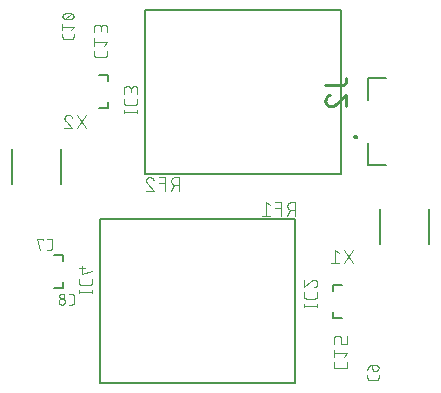
<source format=gbr>
G04 EAGLE Gerber RS-274X export*
G75*
%MOMM*%
%FSLAX34Y34*%
%LPD*%
%INSilkscreen Bottom*%
%IPPOS*%
%AMOC8*
5,1,8,0,0,1.08239X$1,22.5*%
G01*
%ADD10C,0.127000*%
%ADD11C,0.101600*%
%ADD12C,0.203200*%
%ADD13C,0.076200*%
%ADD14C,0.200000*%
%ADD15C,0.254000*%
%ADD16C,0.152400*%


D10*
X241300Y158750D02*
X75900Y158750D01*
X75900Y20050D01*
X241300Y20050D01*
X241300Y158750D01*
D11*
X240792Y161375D02*
X240792Y173059D01*
X237546Y173059D01*
X237433Y173057D01*
X237320Y173051D01*
X237207Y173041D01*
X237094Y173027D01*
X236982Y173010D01*
X236871Y172988D01*
X236761Y172963D01*
X236651Y172933D01*
X236543Y172900D01*
X236436Y172863D01*
X236330Y172823D01*
X236226Y172778D01*
X236123Y172730D01*
X236022Y172679D01*
X235923Y172624D01*
X235826Y172566D01*
X235731Y172504D01*
X235638Y172439D01*
X235548Y172371D01*
X235460Y172300D01*
X235374Y172225D01*
X235291Y172148D01*
X235211Y172068D01*
X235134Y171985D01*
X235059Y171899D01*
X234988Y171811D01*
X234920Y171721D01*
X234855Y171628D01*
X234793Y171533D01*
X234735Y171436D01*
X234680Y171337D01*
X234629Y171236D01*
X234581Y171133D01*
X234536Y171029D01*
X234496Y170923D01*
X234459Y170816D01*
X234426Y170708D01*
X234396Y170598D01*
X234371Y170488D01*
X234349Y170377D01*
X234332Y170265D01*
X234318Y170152D01*
X234308Y170039D01*
X234302Y169926D01*
X234300Y169813D01*
X234302Y169700D01*
X234308Y169587D01*
X234318Y169474D01*
X234332Y169361D01*
X234349Y169249D01*
X234371Y169138D01*
X234396Y169028D01*
X234426Y168918D01*
X234459Y168810D01*
X234496Y168703D01*
X234536Y168597D01*
X234581Y168493D01*
X234629Y168390D01*
X234680Y168289D01*
X234735Y168190D01*
X234793Y168093D01*
X234855Y167998D01*
X234920Y167905D01*
X234988Y167815D01*
X235059Y167727D01*
X235134Y167641D01*
X235211Y167558D01*
X235291Y167478D01*
X235374Y167401D01*
X235460Y167326D01*
X235548Y167255D01*
X235638Y167187D01*
X235731Y167122D01*
X235826Y167060D01*
X235923Y167002D01*
X236022Y166947D01*
X236123Y166896D01*
X236226Y166848D01*
X236330Y166803D01*
X236436Y166763D01*
X236543Y166726D01*
X236651Y166693D01*
X236761Y166663D01*
X236871Y166638D01*
X236982Y166616D01*
X237094Y166599D01*
X237207Y166585D01*
X237320Y166575D01*
X237433Y166569D01*
X237546Y166567D01*
X237546Y166568D02*
X240792Y166568D01*
X236897Y166568D02*
X234301Y161375D01*
X229032Y161375D02*
X229032Y173059D01*
X223839Y173059D01*
X223839Y167866D02*
X229032Y167866D01*
X219530Y170462D02*
X216284Y173059D01*
X216284Y161375D01*
X213039Y161375D02*
X219530Y161375D01*
D10*
X279700Y196850D02*
X114300Y196850D01*
X279700Y196850D02*
X279700Y335550D01*
X114300Y335550D01*
X114300Y196850D01*
D11*
X142561Y194225D02*
X142561Y182541D01*
X142561Y194225D02*
X139316Y194225D01*
X139316Y194226D02*
X139203Y194224D01*
X139090Y194218D01*
X138977Y194208D01*
X138864Y194194D01*
X138752Y194177D01*
X138641Y194155D01*
X138531Y194130D01*
X138421Y194100D01*
X138313Y194067D01*
X138206Y194030D01*
X138100Y193990D01*
X137996Y193945D01*
X137893Y193897D01*
X137792Y193846D01*
X137693Y193791D01*
X137596Y193733D01*
X137501Y193671D01*
X137408Y193606D01*
X137318Y193538D01*
X137230Y193467D01*
X137144Y193392D01*
X137061Y193315D01*
X136981Y193235D01*
X136904Y193152D01*
X136829Y193066D01*
X136758Y192978D01*
X136690Y192888D01*
X136625Y192795D01*
X136563Y192700D01*
X136505Y192603D01*
X136450Y192504D01*
X136399Y192403D01*
X136351Y192300D01*
X136306Y192196D01*
X136266Y192090D01*
X136229Y191983D01*
X136196Y191875D01*
X136166Y191765D01*
X136141Y191655D01*
X136119Y191544D01*
X136102Y191432D01*
X136088Y191319D01*
X136078Y191206D01*
X136072Y191093D01*
X136070Y190980D01*
X136072Y190867D01*
X136078Y190754D01*
X136088Y190641D01*
X136102Y190528D01*
X136119Y190416D01*
X136141Y190305D01*
X136166Y190195D01*
X136196Y190085D01*
X136229Y189977D01*
X136266Y189870D01*
X136306Y189764D01*
X136351Y189660D01*
X136399Y189557D01*
X136450Y189456D01*
X136505Y189357D01*
X136563Y189260D01*
X136625Y189165D01*
X136690Y189072D01*
X136758Y188982D01*
X136829Y188894D01*
X136904Y188808D01*
X136981Y188725D01*
X137061Y188645D01*
X137144Y188568D01*
X137230Y188493D01*
X137318Y188422D01*
X137408Y188354D01*
X137501Y188289D01*
X137596Y188227D01*
X137693Y188169D01*
X137792Y188114D01*
X137893Y188063D01*
X137996Y188015D01*
X138100Y187970D01*
X138206Y187930D01*
X138313Y187893D01*
X138421Y187860D01*
X138531Y187830D01*
X138641Y187805D01*
X138752Y187783D01*
X138864Y187766D01*
X138977Y187752D01*
X139090Y187742D01*
X139203Y187736D01*
X139316Y187734D01*
X142561Y187734D01*
X138667Y187734D02*
X136070Y182541D01*
X130802Y182541D02*
X130802Y194225D01*
X125609Y194225D01*
X125609Y189032D02*
X130802Y189032D01*
X117729Y194225D02*
X117622Y194223D01*
X117516Y194217D01*
X117410Y194207D01*
X117304Y194194D01*
X117198Y194176D01*
X117094Y194155D01*
X116990Y194130D01*
X116887Y194101D01*
X116786Y194069D01*
X116686Y194032D01*
X116587Y193992D01*
X116489Y193949D01*
X116393Y193902D01*
X116299Y193851D01*
X116207Y193797D01*
X116117Y193740D01*
X116029Y193680D01*
X115944Y193616D01*
X115861Y193549D01*
X115780Y193479D01*
X115702Y193407D01*
X115626Y193331D01*
X115554Y193253D01*
X115484Y193172D01*
X115417Y193089D01*
X115353Y193004D01*
X115293Y192916D01*
X115236Y192826D01*
X115182Y192734D01*
X115131Y192640D01*
X115084Y192544D01*
X115041Y192446D01*
X115001Y192347D01*
X114964Y192247D01*
X114932Y192146D01*
X114903Y192043D01*
X114878Y191939D01*
X114857Y191835D01*
X114839Y191729D01*
X114826Y191623D01*
X114816Y191517D01*
X114810Y191411D01*
X114808Y191304D01*
X117729Y194226D02*
X117850Y194224D01*
X117971Y194218D01*
X118091Y194208D01*
X118212Y194195D01*
X118331Y194177D01*
X118451Y194156D01*
X118569Y194131D01*
X118686Y194102D01*
X118803Y194069D01*
X118918Y194033D01*
X119032Y193992D01*
X119145Y193949D01*
X119257Y193901D01*
X119366Y193850D01*
X119474Y193795D01*
X119581Y193737D01*
X119685Y193676D01*
X119787Y193611D01*
X119887Y193543D01*
X119985Y193472D01*
X120081Y193398D01*
X120174Y193321D01*
X120264Y193240D01*
X120352Y193157D01*
X120437Y193071D01*
X120520Y192982D01*
X120599Y192891D01*
X120676Y192797D01*
X120749Y192701D01*
X120819Y192603D01*
X120886Y192502D01*
X120950Y192399D01*
X121011Y192294D01*
X121068Y192187D01*
X121121Y192079D01*
X121171Y191969D01*
X121217Y191857D01*
X121260Y191744D01*
X121299Y191629D01*
X115782Y189032D02*
X115703Y189110D01*
X115627Y189190D01*
X115554Y189273D01*
X115484Y189359D01*
X115417Y189446D01*
X115353Y189537D01*
X115293Y189629D01*
X115235Y189723D01*
X115181Y189820D01*
X115131Y189918D01*
X115084Y190018D01*
X115040Y190119D01*
X115000Y190222D01*
X114964Y190327D01*
X114932Y190432D01*
X114903Y190539D01*
X114878Y190646D01*
X114856Y190755D01*
X114839Y190864D01*
X114825Y190973D01*
X114816Y191083D01*
X114810Y191194D01*
X114808Y191304D01*
X115782Y189032D02*
X121299Y182541D01*
X114808Y182541D01*
D12*
X312545Y166900D02*
X312545Y137900D01*
X354420Y137250D02*
X354420Y167550D01*
D11*
X290162Y121158D02*
X282373Y132842D01*
X290162Y132842D02*
X282373Y121158D01*
X278083Y130246D02*
X274837Y132842D01*
X274837Y121158D01*
X271592Y121158D02*
X278083Y121158D01*
D12*
X42895Y188700D02*
X42895Y217700D01*
X1020Y218350D02*
X1020Y188050D01*
D11*
X64262Y235458D02*
X56473Y247142D01*
X64262Y247142D02*
X56473Y235458D01*
X45692Y244221D02*
X45694Y244328D01*
X45700Y244434D01*
X45710Y244540D01*
X45723Y244646D01*
X45741Y244752D01*
X45762Y244856D01*
X45787Y244960D01*
X45816Y245063D01*
X45848Y245164D01*
X45885Y245264D01*
X45925Y245363D01*
X45968Y245461D01*
X46015Y245557D01*
X46066Y245651D01*
X46120Y245743D01*
X46177Y245833D01*
X46237Y245921D01*
X46301Y246006D01*
X46368Y246089D01*
X46438Y246170D01*
X46510Y246248D01*
X46586Y246324D01*
X46664Y246396D01*
X46745Y246466D01*
X46828Y246533D01*
X46913Y246597D01*
X47001Y246657D01*
X47091Y246714D01*
X47183Y246768D01*
X47277Y246819D01*
X47373Y246866D01*
X47471Y246909D01*
X47570Y246949D01*
X47670Y246986D01*
X47771Y247018D01*
X47874Y247047D01*
X47978Y247072D01*
X48082Y247093D01*
X48188Y247111D01*
X48294Y247124D01*
X48400Y247134D01*
X48506Y247140D01*
X48613Y247142D01*
X48734Y247140D01*
X48855Y247134D01*
X48975Y247124D01*
X49096Y247111D01*
X49215Y247093D01*
X49335Y247072D01*
X49453Y247047D01*
X49570Y247018D01*
X49687Y246985D01*
X49802Y246949D01*
X49916Y246908D01*
X50029Y246865D01*
X50141Y246817D01*
X50250Y246766D01*
X50358Y246711D01*
X50465Y246653D01*
X50569Y246592D01*
X50671Y246527D01*
X50771Y246459D01*
X50869Y246388D01*
X50965Y246314D01*
X51058Y246237D01*
X51148Y246156D01*
X51236Y246073D01*
X51321Y245987D01*
X51404Y245898D01*
X51483Y245807D01*
X51560Y245713D01*
X51633Y245617D01*
X51703Y245519D01*
X51770Y245418D01*
X51834Y245315D01*
X51895Y245210D01*
X51952Y245103D01*
X52005Y244995D01*
X52055Y244885D01*
X52101Y244773D01*
X52144Y244660D01*
X52183Y244545D01*
X46666Y241949D02*
X46587Y242027D01*
X46511Y242107D01*
X46438Y242190D01*
X46368Y242276D01*
X46301Y242363D01*
X46237Y242454D01*
X46177Y242546D01*
X46119Y242640D01*
X46065Y242737D01*
X46015Y242835D01*
X45968Y242935D01*
X45924Y243036D01*
X45884Y243139D01*
X45848Y243244D01*
X45816Y243349D01*
X45787Y243456D01*
X45762Y243563D01*
X45740Y243672D01*
X45723Y243781D01*
X45709Y243890D01*
X45700Y244000D01*
X45694Y244111D01*
X45692Y244221D01*
X46665Y241949D02*
X52183Y235458D01*
X45692Y235458D01*
D13*
X302231Y26658D02*
X302231Y24569D01*
X302233Y24480D01*
X302239Y24392D01*
X302248Y24304D01*
X302261Y24216D01*
X302278Y24129D01*
X302298Y24043D01*
X302323Y23958D01*
X302350Y23873D01*
X302382Y23790D01*
X302416Y23709D01*
X302455Y23629D01*
X302496Y23551D01*
X302541Y23474D01*
X302589Y23400D01*
X302640Y23327D01*
X302694Y23257D01*
X302752Y23190D01*
X302812Y23124D01*
X302874Y23062D01*
X302940Y23002D01*
X303007Y22944D01*
X303077Y22890D01*
X303150Y22839D01*
X303224Y22791D01*
X303301Y22746D01*
X303379Y22705D01*
X303459Y22666D01*
X303540Y22632D01*
X303623Y22600D01*
X303708Y22573D01*
X303793Y22548D01*
X303879Y22528D01*
X303966Y22511D01*
X304054Y22498D01*
X304142Y22489D01*
X304230Y22483D01*
X304319Y22481D01*
X309541Y22481D01*
X309632Y22483D01*
X309723Y22489D01*
X309814Y22499D01*
X309904Y22513D01*
X309993Y22530D01*
X310081Y22552D01*
X310169Y22578D01*
X310255Y22607D01*
X310340Y22640D01*
X310423Y22677D01*
X310505Y22717D01*
X310585Y22761D01*
X310663Y22808D01*
X310739Y22859D01*
X310812Y22912D01*
X310883Y22969D01*
X310952Y23030D01*
X311017Y23093D01*
X311080Y23158D01*
X311140Y23227D01*
X311198Y23298D01*
X311251Y23371D01*
X311302Y23447D01*
X311349Y23525D01*
X311393Y23605D01*
X311433Y23687D01*
X311470Y23770D01*
X311503Y23855D01*
X311532Y23941D01*
X311558Y24029D01*
X311580Y24117D01*
X311597Y24206D01*
X311611Y24296D01*
X311621Y24387D01*
X311627Y24478D01*
X311629Y24569D01*
X311629Y26658D01*
X306408Y32215D02*
X306408Y35348D01*
X306408Y32215D02*
X306410Y32126D01*
X306416Y32038D01*
X306425Y31950D01*
X306438Y31862D01*
X306455Y31775D01*
X306475Y31689D01*
X306500Y31604D01*
X306527Y31519D01*
X306559Y31436D01*
X306593Y31355D01*
X306632Y31275D01*
X306673Y31197D01*
X306718Y31120D01*
X306766Y31046D01*
X306817Y30973D01*
X306871Y30903D01*
X306929Y30836D01*
X306989Y30770D01*
X307051Y30708D01*
X307117Y30648D01*
X307184Y30590D01*
X307254Y30536D01*
X307327Y30485D01*
X307401Y30437D01*
X307478Y30392D01*
X307556Y30351D01*
X307636Y30312D01*
X307717Y30278D01*
X307800Y30246D01*
X307885Y30219D01*
X307970Y30194D01*
X308056Y30174D01*
X308143Y30157D01*
X308231Y30144D01*
X308319Y30135D01*
X308407Y30129D01*
X308496Y30127D01*
X309018Y30127D01*
X309018Y30126D02*
X309119Y30128D01*
X309220Y30134D01*
X309321Y30144D01*
X309421Y30157D01*
X309521Y30175D01*
X309620Y30196D01*
X309718Y30222D01*
X309815Y30251D01*
X309911Y30283D01*
X310005Y30320D01*
X310098Y30360D01*
X310190Y30404D01*
X310279Y30451D01*
X310367Y30502D01*
X310453Y30556D01*
X310536Y30613D01*
X310618Y30673D01*
X310696Y30737D01*
X310773Y30803D01*
X310846Y30873D01*
X310917Y30945D01*
X310985Y31020D01*
X311050Y31098D01*
X311112Y31178D01*
X311171Y31260D01*
X311227Y31345D01*
X311279Y31431D01*
X311328Y31520D01*
X311374Y31611D01*
X311415Y31703D01*
X311454Y31797D01*
X311488Y31892D01*
X311519Y31988D01*
X311546Y32086D01*
X311570Y32184D01*
X311589Y32284D01*
X311605Y32384D01*
X311617Y32484D01*
X311625Y32585D01*
X311629Y32686D01*
X311629Y32788D01*
X311625Y32889D01*
X311617Y32990D01*
X311605Y33090D01*
X311589Y33190D01*
X311570Y33290D01*
X311546Y33388D01*
X311519Y33486D01*
X311488Y33582D01*
X311454Y33677D01*
X311415Y33771D01*
X311374Y33863D01*
X311328Y33954D01*
X311279Y34042D01*
X311227Y34129D01*
X311171Y34214D01*
X311112Y34296D01*
X311050Y34376D01*
X310985Y34454D01*
X310917Y34529D01*
X310846Y34601D01*
X310773Y34671D01*
X310696Y34737D01*
X310618Y34801D01*
X310536Y34861D01*
X310453Y34918D01*
X310367Y34972D01*
X310279Y35023D01*
X310190Y35070D01*
X310098Y35114D01*
X310005Y35154D01*
X309911Y35191D01*
X309815Y35223D01*
X309718Y35252D01*
X309620Y35278D01*
X309521Y35299D01*
X309421Y35317D01*
X309321Y35330D01*
X309220Y35340D01*
X309119Y35346D01*
X309018Y35348D01*
X306408Y35348D01*
X306282Y35346D01*
X306156Y35340D01*
X306030Y35331D01*
X305905Y35318D01*
X305780Y35300D01*
X305655Y35280D01*
X305531Y35255D01*
X305408Y35227D01*
X305286Y35195D01*
X305165Y35159D01*
X305045Y35120D01*
X304927Y35077D01*
X304810Y35030D01*
X304694Y34980D01*
X304579Y34926D01*
X304467Y34870D01*
X304356Y34809D01*
X304247Y34746D01*
X304140Y34679D01*
X304035Y34609D01*
X303932Y34535D01*
X303832Y34459D01*
X303734Y34380D01*
X303638Y34298D01*
X303545Y34212D01*
X303454Y34125D01*
X303367Y34034D01*
X303281Y33941D01*
X303199Y33845D01*
X303120Y33747D01*
X303044Y33647D01*
X302970Y33544D01*
X302900Y33439D01*
X302833Y33332D01*
X302770Y33223D01*
X302709Y33112D01*
X302653Y33000D01*
X302599Y32885D01*
X302549Y32769D01*
X302502Y32652D01*
X302459Y32534D01*
X302420Y32414D01*
X302384Y32293D01*
X302352Y32171D01*
X302324Y32048D01*
X302299Y31924D01*
X302279Y31799D01*
X302261Y31674D01*
X302248Y31549D01*
X302239Y31423D01*
X302233Y31297D01*
X302231Y31171D01*
X43971Y313197D02*
X43971Y315285D01*
X43971Y313197D02*
X43973Y313108D01*
X43979Y313020D01*
X43988Y312932D01*
X44001Y312844D01*
X44018Y312757D01*
X44038Y312671D01*
X44063Y312586D01*
X44090Y312501D01*
X44122Y312418D01*
X44156Y312337D01*
X44195Y312257D01*
X44236Y312179D01*
X44281Y312102D01*
X44329Y312028D01*
X44380Y311955D01*
X44434Y311885D01*
X44492Y311818D01*
X44552Y311752D01*
X44614Y311690D01*
X44680Y311630D01*
X44747Y311572D01*
X44817Y311518D01*
X44890Y311467D01*
X44964Y311419D01*
X45041Y311374D01*
X45119Y311333D01*
X45199Y311294D01*
X45280Y311260D01*
X45363Y311228D01*
X45448Y311201D01*
X45533Y311176D01*
X45619Y311156D01*
X45706Y311139D01*
X45794Y311126D01*
X45882Y311117D01*
X45970Y311111D01*
X46059Y311109D01*
X46059Y311108D02*
X51281Y311108D01*
X51281Y311109D02*
X51372Y311111D01*
X51463Y311117D01*
X51554Y311127D01*
X51644Y311141D01*
X51733Y311158D01*
X51821Y311180D01*
X51909Y311206D01*
X51995Y311235D01*
X52080Y311268D01*
X52163Y311305D01*
X52245Y311345D01*
X52325Y311389D01*
X52403Y311436D01*
X52479Y311487D01*
X52552Y311540D01*
X52623Y311597D01*
X52692Y311658D01*
X52757Y311721D01*
X52820Y311786D01*
X52880Y311855D01*
X52938Y311926D01*
X52991Y311999D01*
X53042Y312075D01*
X53089Y312153D01*
X53133Y312233D01*
X53173Y312315D01*
X53210Y312398D01*
X53243Y312483D01*
X53272Y312569D01*
X53298Y312657D01*
X53320Y312745D01*
X53337Y312834D01*
X53351Y312924D01*
X53361Y313015D01*
X53367Y313106D01*
X53369Y313197D01*
X53369Y315285D01*
X51281Y318754D02*
X53369Y321364D01*
X43971Y321364D01*
X43971Y318754D02*
X43971Y323975D01*
X48670Y327898D02*
X48855Y327900D01*
X49040Y327907D01*
X49224Y327918D01*
X49408Y327933D01*
X49592Y327953D01*
X49776Y327977D01*
X49958Y328006D01*
X50140Y328039D01*
X50321Y328076D01*
X50501Y328118D01*
X50681Y328164D01*
X50859Y328214D01*
X51035Y328268D01*
X51211Y328327D01*
X51385Y328389D01*
X51557Y328456D01*
X51728Y328527D01*
X51897Y328602D01*
X52064Y328681D01*
X52064Y328680D02*
X52144Y328710D01*
X52223Y328743D01*
X52300Y328780D01*
X52376Y328820D01*
X52450Y328863D01*
X52522Y328909D01*
X52591Y328959D01*
X52659Y329011D01*
X52724Y329067D01*
X52787Y329125D01*
X52846Y329187D01*
X52904Y329250D01*
X52958Y329317D01*
X53009Y329385D01*
X53057Y329456D01*
X53102Y329529D01*
X53144Y329603D01*
X53182Y329680D01*
X53217Y329758D01*
X53249Y329837D01*
X53277Y329918D01*
X53301Y330000D01*
X53322Y330084D01*
X53339Y330167D01*
X53352Y330252D01*
X53361Y330337D01*
X53367Y330422D01*
X53369Y330508D01*
X53367Y330594D01*
X53361Y330679D01*
X53352Y330764D01*
X53339Y330849D01*
X53322Y330932D01*
X53301Y331016D01*
X53277Y331098D01*
X53249Y331179D01*
X53217Y331258D01*
X53182Y331336D01*
X53144Y331413D01*
X53102Y331487D01*
X53057Y331560D01*
X53009Y331631D01*
X52958Y331699D01*
X52904Y331766D01*
X52846Y331829D01*
X52787Y331891D01*
X52724Y331949D01*
X52659Y332005D01*
X52591Y332057D01*
X52522Y332107D01*
X52450Y332153D01*
X52376Y332196D01*
X52300Y332236D01*
X52223Y332273D01*
X52144Y332306D01*
X52064Y332336D01*
X51897Y332415D01*
X51728Y332490D01*
X51557Y332561D01*
X51385Y332628D01*
X51211Y332690D01*
X51035Y332749D01*
X50859Y332803D01*
X50681Y332853D01*
X50501Y332899D01*
X50321Y332941D01*
X50140Y332978D01*
X49958Y333011D01*
X49776Y333040D01*
X49592Y333064D01*
X49408Y333084D01*
X49224Y333099D01*
X49040Y333110D01*
X48855Y333117D01*
X48670Y333119D01*
X48670Y327898D02*
X48485Y327900D01*
X48300Y327907D01*
X48116Y327918D01*
X47932Y327933D01*
X47748Y327953D01*
X47564Y327977D01*
X47382Y328006D01*
X47200Y328039D01*
X47019Y328076D01*
X46839Y328118D01*
X46659Y328164D01*
X46481Y328214D01*
X46305Y328268D01*
X46129Y328327D01*
X45955Y328389D01*
X45783Y328456D01*
X45612Y328527D01*
X45443Y328602D01*
X45276Y328681D01*
X45276Y328680D02*
X45196Y328710D01*
X45117Y328743D01*
X45040Y328780D01*
X44964Y328820D01*
X44890Y328863D01*
X44818Y328909D01*
X44749Y328959D01*
X44681Y329012D01*
X44616Y329067D01*
X44553Y329126D01*
X44494Y329187D01*
X44436Y329250D01*
X44382Y329317D01*
X44331Y329385D01*
X44283Y329456D01*
X44238Y329529D01*
X44196Y329603D01*
X44158Y329680D01*
X44123Y329758D01*
X44091Y329837D01*
X44063Y329918D01*
X44039Y330000D01*
X44018Y330084D01*
X44001Y330167D01*
X43988Y330252D01*
X43979Y330337D01*
X43973Y330422D01*
X43971Y330508D01*
X45276Y332336D02*
X45443Y332415D01*
X45612Y332490D01*
X45783Y332561D01*
X45955Y332628D01*
X46129Y332690D01*
X46305Y332749D01*
X46481Y332803D01*
X46659Y332853D01*
X46839Y332899D01*
X47019Y332941D01*
X47200Y332978D01*
X47382Y333011D01*
X47564Y333040D01*
X47748Y333064D01*
X47932Y333084D01*
X48116Y333099D01*
X48300Y333110D01*
X48485Y333117D01*
X48670Y333119D01*
X45276Y332336D02*
X45196Y332306D01*
X45117Y332273D01*
X45040Y332236D01*
X44964Y332196D01*
X44890Y332153D01*
X44818Y332107D01*
X44749Y332057D01*
X44681Y332005D01*
X44616Y331949D01*
X44553Y331891D01*
X44494Y331829D01*
X44436Y331766D01*
X44382Y331699D01*
X44331Y331631D01*
X44283Y331560D01*
X44238Y331487D01*
X44196Y331413D01*
X44158Y331336D01*
X44123Y331258D01*
X44091Y331179D01*
X44063Y331098D01*
X44039Y331016D01*
X44018Y330932D01*
X44001Y330849D01*
X43988Y330764D01*
X43979Y330679D01*
X43973Y330594D01*
X43971Y330508D01*
X46059Y328420D02*
X51281Y332597D01*
D11*
X70358Y301056D02*
X70358Y298459D01*
X70360Y298360D01*
X70366Y298260D01*
X70375Y298161D01*
X70388Y298063D01*
X70405Y297965D01*
X70426Y297867D01*
X70451Y297771D01*
X70479Y297676D01*
X70511Y297582D01*
X70546Y297489D01*
X70585Y297397D01*
X70628Y297307D01*
X70673Y297219D01*
X70723Y297132D01*
X70775Y297048D01*
X70831Y296965D01*
X70889Y296885D01*
X70951Y296807D01*
X71016Y296732D01*
X71084Y296659D01*
X71154Y296589D01*
X71227Y296521D01*
X71302Y296456D01*
X71380Y296394D01*
X71460Y296336D01*
X71543Y296280D01*
X71627Y296228D01*
X71714Y296178D01*
X71802Y296133D01*
X71892Y296090D01*
X71984Y296051D01*
X72077Y296016D01*
X72171Y295984D01*
X72266Y295956D01*
X72362Y295931D01*
X72460Y295910D01*
X72558Y295893D01*
X72656Y295880D01*
X72755Y295871D01*
X72855Y295865D01*
X72954Y295863D01*
X79446Y295863D01*
X79545Y295865D01*
X79645Y295871D01*
X79744Y295880D01*
X79842Y295893D01*
X79940Y295910D01*
X80038Y295931D01*
X80134Y295956D01*
X80229Y295984D01*
X80323Y296016D01*
X80416Y296051D01*
X80508Y296090D01*
X80598Y296133D01*
X80686Y296178D01*
X80773Y296228D01*
X80857Y296280D01*
X80940Y296336D01*
X81020Y296394D01*
X81098Y296456D01*
X81173Y296521D01*
X81246Y296589D01*
X81316Y296659D01*
X81384Y296732D01*
X81449Y296807D01*
X81511Y296885D01*
X81569Y296965D01*
X81625Y297048D01*
X81677Y297132D01*
X81727Y297219D01*
X81772Y297307D01*
X81815Y297397D01*
X81854Y297489D01*
X81889Y297581D01*
X81921Y297676D01*
X81949Y297771D01*
X81974Y297867D01*
X81995Y297965D01*
X82012Y298063D01*
X82025Y298161D01*
X82034Y298260D01*
X82040Y298360D01*
X82042Y298459D01*
X82042Y301056D01*
X79446Y305421D02*
X82042Y308666D01*
X70358Y308666D01*
X70358Y305421D02*
X70358Y311912D01*
X70358Y316851D02*
X70358Y320096D01*
X70360Y320209D01*
X70366Y320322D01*
X70376Y320435D01*
X70390Y320548D01*
X70407Y320660D01*
X70429Y320771D01*
X70454Y320881D01*
X70484Y320991D01*
X70517Y321099D01*
X70554Y321206D01*
X70594Y321312D01*
X70639Y321416D01*
X70687Y321519D01*
X70738Y321620D01*
X70793Y321719D01*
X70851Y321816D01*
X70913Y321911D01*
X70978Y322004D01*
X71046Y322094D01*
X71117Y322182D01*
X71192Y322268D01*
X71269Y322351D01*
X71349Y322431D01*
X71432Y322508D01*
X71518Y322583D01*
X71606Y322654D01*
X71696Y322722D01*
X71789Y322787D01*
X71884Y322849D01*
X71981Y322907D01*
X72080Y322962D01*
X72181Y323013D01*
X72284Y323061D01*
X72388Y323106D01*
X72494Y323146D01*
X72601Y323183D01*
X72709Y323216D01*
X72819Y323246D01*
X72929Y323271D01*
X73040Y323293D01*
X73152Y323310D01*
X73265Y323324D01*
X73378Y323334D01*
X73491Y323340D01*
X73604Y323342D01*
X73717Y323340D01*
X73830Y323334D01*
X73943Y323324D01*
X74056Y323310D01*
X74168Y323293D01*
X74279Y323271D01*
X74389Y323246D01*
X74499Y323216D01*
X74607Y323183D01*
X74714Y323146D01*
X74820Y323106D01*
X74924Y323061D01*
X75027Y323013D01*
X75128Y322962D01*
X75227Y322907D01*
X75324Y322849D01*
X75419Y322787D01*
X75512Y322722D01*
X75602Y322654D01*
X75690Y322583D01*
X75776Y322508D01*
X75859Y322431D01*
X75939Y322351D01*
X76016Y322268D01*
X76091Y322182D01*
X76162Y322094D01*
X76230Y322004D01*
X76295Y321911D01*
X76357Y321816D01*
X76415Y321719D01*
X76470Y321620D01*
X76521Y321519D01*
X76569Y321416D01*
X76614Y321312D01*
X76654Y321206D01*
X76691Y321099D01*
X76724Y320991D01*
X76754Y320881D01*
X76779Y320771D01*
X76801Y320660D01*
X76818Y320548D01*
X76832Y320435D01*
X76842Y320322D01*
X76848Y320209D01*
X76850Y320096D01*
X82042Y320746D02*
X82042Y316851D01*
X82042Y320746D02*
X82040Y320847D01*
X82034Y320947D01*
X82024Y321047D01*
X82011Y321147D01*
X81993Y321246D01*
X81972Y321345D01*
X81947Y321442D01*
X81918Y321539D01*
X81885Y321634D01*
X81849Y321728D01*
X81809Y321820D01*
X81766Y321911D01*
X81719Y322000D01*
X81669Y322087D01*
X81615Y322173D01*
X81558Y322256D01*
X81498Y322336D01*
X81435Y322415D01*
X81368Y322491D01*
X81299Y322564D01*
X81227Y322634D01*
X81153Y322702D01*
X81076Y322767D01*
X80996Y322828D01*
X80914Y322887D01*
X80830Y322942D01*
X80744Y322994D01*
X80656Y323043D01*
X80566Y323088D01*
X80474Y323130D01*
X80381Y323168D01*
X80286Y323202D01*
X80191Y323233D01*
X80094Y323260D01*
X79996Y323283D01*
X79897Y323303D01*
X79797Y323318D01*
X79697Y323330D01*
X79597Y323338D01*
X79496Y323342D01*
X79396Y323342D01*
X79295Y323338D01*
X79195Y323330D01*
X79095Y323318D01*
X78995Y323303D01*
X78896Y323283D01*
X78798Y323260D01*
X78701Y323233D01*
X78606Y323202D01*
X78511Y323168D01*
X78418Y323130D01*
X78326Y323088D01*
X78236Y323043D01*
X78148Y322994D01*
X78062Y322942D01*
X77978Y322887D01*
X77896Y322828D01*
X77816Y322767D01*
X77739Y322702D01*
X77665Y322634D01*
X77593Y322564D01*
X77524Y322491D01*
X77457Y322415D01*
X77394Y322336D01*
X77334Y322256D01*
X77277Y322173D01*
X77223Y322087D01*
X77173Y322000D01*
X77126Y321911D01*
X77083Y321820D01*
X77043Y321728D01*
X77007Y321634D01*
X76974Y321539D01*
X76945Y321442D01*
X76920Y321345D01*
X76899Y321246D01*
X76881Y321147D01*
X76868Y321047D01*
X76858Y320947D01*
X76852Y320847D01*
X76850Y320746D01*
X76849Y320746D02*
X76849Y318149D01*
X273558Y37451D02*
X273558Y34854D01*
X273560Y34755D01*
X273566Y34655D01*
X273575Y34556D01*
X273588Y34458D01*
X273605Y34360D01*
X273626Y34262D01*
X273651Y34166D01*
X273679Y34071D01*
X273711Y33977D01*
X273746Y33884D01*
X273785Y33792D01*
X273828Y33702D01*
X273873Y33614D01*
X273923Y33527D01*
X273975Y33443D01*
X274031Y33360D01*
X274089Y33280D01*
X274151Y33202D01*
X274216Y33127D01*
X274284Y33054D01*
X274354Y32984D01*
X274427Y32916D01*
X274502Y32851D01*
X274580Y32789D01*
X274660Y32731D01*
X274743Y32675D01*
X274827Y32623D01*
X274914Y32573D01*
X275002Y32528D01*
X275092Y32485D01*
X275184Y32446D01*
X275277Y32411D01*
X275371Y32379D01*
X275466Y32351D01*
X275562Y32326D01*
X275660Y32305D01*
X275758Y32288D01*
X275856Y32275D01*
X275955Y32266D01*
X276055Y32260D01*
X276154Y32258D01*
X282646Y32258D01*
X282745Y32260D01*
X282845Y32266D01*
X282944Y32275D01*
X283042Y32288D01*
X283140Y32305D01*
X283238Y32326D01*
X283334Y32351D01*
X283429Y32379D01*
X283523Y32411D01*
X283616Y32446D01*
X283708Y32485D01*
X283798Y32528D01*
X283886Y32573D01*
X283973Y32623D01*
X284057Y32675D01*
X284140Y32731D01*
X284220Y32789D01*
X284298Y32851D01*
X284373Y32916D01*
X284446Y32984D01*
X284516Y33054D01*
X284584Y33127D01*
X284649Y33202D01*
X284711Y33280D01*
X284769Y33360D01*
X284825Y33443D01*
X284877Y33527D01*
X284927Y33614D01*
X284972Y33702D01*
X285015Y33792D01*
X285054Y33884D01*
X285089Y33976D01*
X285121Y34071D01*
X285149Y34166D01*
X285174Y34262D01*
X285195Y34360D01*
X285212Y34458D01*
X285225Y34556D01*
X285234Y34655D01*
X285240Y34755D01*
X285242Y34854D01*
X285242Y37451D01*
X282646Y41816D02*
X285242Y45062D01*
X273558Y45062D01*
X273558Y48307D02*
X273558Y41816D01*
X273558Y53246D02*
X273558Y57141D01*
X273560Y57240D01*
X273566Y57340D01*
X273575Y57439D01*
X273588Y57537D01*
X273605Y57635D01*
X273626Y57733D01*
X273651Y57829D01*
X273679Y57924D01*
X273711Y58018D01*
X273746Y58111D01*
X273785Y58203D01*
X273828Y58293D01*
X273873Y58381D01*
X273923Y58468D01*
X273975Y58552D01*
X274031Y58635D01*
X274089Y58715D01*
X274151Y58793D01*
X274216Y58868D01*
X274284Y58941D01*
X274354Y59011D01*
X274427Y59079D01*
X274502Y59144D01*
X274580Y59206D01*
X274660Y59264D01*
X274743Y59320D01*
X274827Y59372D01*
X274914Y59422D01*
X275002Y59467D01*
X275092Y59510D01*
X275184Y59549D01*
X275277Y59584D01*
X275371Y59616D01*
X275466Y59644D01*
X275562Y59669D01*
X275660Y59690D01*
X275758Y59707D01*
X275856Y59720D01*
X275955Y59729D01*
X276055Y59735D01*
X276154Y59737D01*
X277453Y59737D01*
X277552Y59735D01*
X277652Y59729D01*
X277751Y59720D01*
X277849Y59707D01*
X277947Y59690D01*
X278045Y59669D01*
X278141Y59644D01*
X278236Y59616D01*
X278330Y59584D01*
X278423Y59549D01*
X278515Y59510D01*
X278605Y59467D01*
X278693Y59422D01*
X278780Y59372D01*
X278864Y59320D01*
X278947Y59264D01*
X279027Y59206D01*
X279105Y59144D01*
X279180Y59079D01*
X279253Y59011D01*
X279323Y58941D01*
X279391Y58868D01*
X279456Y58793D01*
X279518Y58715D01*
X279576Y58635D01*
X279632Y58552D01*
X279684Y58468D01*
X279734Y58381D01*
X279779Y58293D01*
X279822Y58203D01*
X279861Y58111D01*
X279896Y58018D01*
X279928Y57924D01*
X279956Y57829D01*
X279981Y57733D01*
X280002Y57635D01*
X280019Y57537D01*
X280032Y57439D01*
X280041Y57340D01*
X280047Y57240D01*
X280049Y57141D01*
X280049Y53246D01*
X285242Y53246D01*
X285242Y59737D01*
D13*
X33259Y132871D02*
X31171Y132871D01*
X33259Y132871D02*
X33348Y132873D01*
X33436Y132879D01*
X33524Y132888D01*
X33612Y132901D01*
X33699Y132918D01*
X33785Y132938D01*
X33870Y132963D01*
X33955Y132990D01*
X34038Y133022D01*
X34119Y133056D01*
X34199Y133095D01*
X34277Y133136D01*
X34354Y133181D01*
X34428Y133229D01*
X34501Y133280D01*
X34571Y133334D01*
X34638Y133392D01*
X34704Y133452D01*
X34766Y133514D01*
X34826Y133580D01*
X34884Y133647D01*
X34938Y133717D01*
X34989Y133790D01*
X35037Y133864D01*
X35082Y133941D01*
X35123Y134019D01*
X35162Y134099D01*
X35196Y134180D01*
X35228Y134263D01*
X35255Y134348D01*
X35280Y134433D01*
X35300Y134519D01*
X35317Y134606D01*
X35330Y134694D01*
X35339Y134782D01*
X35345Y134870D01*
X35347Y134959D01*
X35348Y134959D02*
X35348Y140181D01*
X35347Y140181D02*
X35345Y140270D01*
X35339Y140358D01*
X35330Y140446D01*
X35317Y140534D01*
X35300Y140621D01*
X35280Y140707D01*
X35255Y140792D01*
X35228Y140877D01*
X35196Y140960D01*
X35162Y141041D01*
X35123Y141121D01*
X35082Y141199D01*
X35037Y141276D01*
X34989Y141350D01*
X34938Y141423D01*
X34884Y141493D01*
X34826Y141560D01*
X34766Y141626D01*
X34704Y141688D01*
X34638Y141748D01*
X34571Y141806D01*
X34501Y141860D01*
X34428Y141911D01*
X34354Y141959D01*
X34277Y142004D01*
X34199Y142045D01*
X34119Y142084D01*
X34038Y142118D01*
X33955Y142150D01*
X33870Y142177D01*
X33785Y142202D01*
X33699Y142222D01*
X33612Y142239D01*
X33524Y142252D01*
X33436Y142261D01*
X33348Y142267D01*
X33259Y142269D01*
X31171Y142269D01*
X27702Y142269D02*
X27702Y141225D01*
X27702Y142269D02*
X22481Y142269D01*
X25092Y132871D01*
X49542Y86331D02*
X51631Y86331D01*
X51720Y86333D01*
X51808Y86339D01*
X51896Y86348D01*
X51984Y86361D01*
X52071Y86378D01*
X52157Y86398D01*
X52242Y86423D01*
X52327Y86450D01*
X52410Y86482D01*
X52491Y86516D01*
X52571Y86555D01*
X52649Y86596D01*
X52726Y86641D01*
X52800Y86689D01*
X52873Y86740D01*
X52943Y86794D01*
X53010Y86852D01*
X53076Y86912D01*
X53138Y86974D01*
X53198Y87040D01*
X53256Y87107D01*
X53310Y87177D01*
X53361Y87250D01*
X53409Y87324D01*
X53454Y87401D01*
X53495Y87479D01*
X53534Y87559D01*
X53568Y87640D01*
X53600Y87723D01*
X53627Y87808D01*
X53652Y87893D01*
X53672Y87979D01*
X53689Y88066D01*
X53702Y88154D01*
X53711Y88242D01*
X53717Y88330D01*
X53719Y88419D01*
X53719Y93641D01*
X53717Y93730D01*
X53711Y93818D01*
X53702Y93906D01*
X53689Y93994D01*
X53672Y94081D01*
X53652Y94167D01*
X53627Y94252D01*
X53600Y94337D01*
X53568Y94420D01*
X53534Y94501D01*
X53495Y94581D01*
X53454Y94659D01*
X53409Y94736D01*
X53361Y94810D01*
X53310Y94883D01*
X53256Y94953D01*
X53198Y95020D01*
X53138Y95086D01*
X53076Y95148D01*
X53010Y95208D01*
X52943Y95266D01*
X52873Y95320D01*
X52800Y95371D01*
X52726Y95419D01*
X52649Y95464D01*
X52571Y95505D01*
X52491Y95544D01*
X52410Y95578D01*
X52327Y95610D01*
X52242Y95637D01*
X52157Y95662D01*
X52071Y95682D01*
X51984Y95699D01*
X51896Y95712D01*
X51808Y95721D01*
X51720Y95727D01*
X51631Y95729D01*
X49542Y95729D01*
X46074Y88942D02*
X46072Y89043D01*
X46066Y89144D01*
X46056Y89245D01*
X46043Y89345D01*
X46025Y89445D01*
X46004Y89544D01*
X45978Y89642D01*
X45949Y89739D01*
X45917Y89835D01*
X45880Y89929D01*
X45840Y90022D01*
X45796Y90114D01*
X45749Y90203D01*
X45698Y90291D01*
X45644Y90377D01*
X45587Y90460D01*
X45527Y90542D01*
X45463Y90620D01*
X45397Y90697D01*
X45327Y90770D01*
X45255Y90841D01*
X45180Y90909D01*
X45102Y90974D01*
X45022Y91036D01*
X44940Y91095D01*
X44855Y91151D01*
X44769Y91203D01*
X44680Y91252D01*
X44589Y91298D01*
X44497Y91339D01*
X44403Y91378D01*
X44308Y91412D01*
X44212Y91443D01*
X44114Y91470D01*
X44016Y91494D01*
X43916Y91513D01*
X43816Y91529D01*
X43716Y91541D01*
X43615Y91549D01*
X43514Y91553D01*
X43412Y91553D01*
X43311Y91549D01*
X43210Y91541D01*
X43110Y91529D01*
X43010Y91513D01*
X42910Y91494D01*
X42812Y91470D01*
X42714Y91443D01*
X42618Y91412D01*
X42523Y91378D01*
X42429Y91339D01*
X42337Y91298D01*
X42246Y91252D01*
X42158Y91203D01*
X42071Y91151D01*
X41986Y91095D01*
X41904Y91036D01*
X41824Y90974D01*
X41746Y90909D01*
X41671Y90841D01*
X41599Y90770D01*
X41529Y90697D01*
X41463Y90620D01*
X41399Y90542D01*
X41339Y90460D01*
X41282Y90377D01*
X41228Y90291D01*
X41177Y90203D01*
X41130Y90114D01*
X41086Y90022D01*
X41046Y89929D01*
X41009Y89835D01*
X40977Y89739D01*
X40948Y89642D01*
X40922Y89544D01*
X40901Y89445D01*
X40883Y89345D01*
X40870Y89245D01*
X40860Y89144D01*
X40854Y89043D01*
X40852Y88942D01*
X40854Y88841D01*
X40860Y88740D01*
X40870Y88639D01*
X40883Y88539D01*
X40901Y88439D01*
X40922Y88340D01*
X40948Y88242D01*
X40977Y88145D01*
X41009Y88049D01*
X41046Y87955D01*
X41086Y87862D01*
X41130Y87770D01*
X41177Y87681D01*
X41228Y87593D01*
X41282Y87507D01*
X41339Y87424D01*
X41399Y87342D01*
X41463Y87264D01*
X41529Y87187D01*
X41599Y87114D01*
X41671Y87043D01*
X41746Y86975D01*
X41824Y86910D01*
X41904Y86848D01*
X41986Y86789D01*
X42071Y86733D01*
X42157Y86681D01*
X42246Y86632D01*
X42337Y86586D01*
X42429Y86545D01*
X42523Y86506D01*
X42618Y86472D01*
X42714Y86441D01*
X42812Y86414D01*
X42910Y86390D01*
X43010Y86371D01*
X43110Y86355D01*
X43210Y86343D01*
X43311Y86335D01*
X43412Y86331D01*
X43514Y86331D01*
X43615Y86335D01*
X43716Y86343D01*
X43816Y86355D01*
X43916Y86371D01*
X44016Y86390D01*
X44114Y86414D01*
X44212Y86441D01*
X44308Y86472D01*
X44403Y86506D01*
X44497Y86545D01*
X44589Y86586D01*
X44680Y86632D01*
X44768Y86681D01*
X44855Y86733D01*
X44940Y86789D01*
X45022Y86848D01*
X45102Y86910D01*
X45180Y86975D01*
X45255Y87043D01*
X45327Y87114D01*
X45397Y87187D01*
X45463Y87264D01*
X45527Y87342D01*
X45587Y87424D01*
X45644Y87507D01*
X45698Y87593D01*
X45749Y87681D01*
X45796Y87770D01*
X45840Y87862D01*
X45880Y87955D01*
X45917Y88049D01*
X45949Y88145D01*
X45978Y88242D01*
X46004Y88340D01*
X46025Y88439D01*
X46043Y88539D01*
X46056Y88639D01*
X46066Y88740D01*
X46072Y88841D01*
X46074Y88942D01*
X45551Y93641D02*
X45549Y93731D01*
X45543Y93820D01*
X45534Y93910D01*
X45520Y93999D01*
X45503Y94087D01*
X45482Y94174D01*
X45457Y94261D01*
X45428Y94346D01*
X45396Y94430D01*
X45361Y94512D01*
X45321Y94593D01*
X45279Y94672D01*
X45233Y94749D01*
X45183Y94824D01*
X45131Y94897D01*
X45075Y94968D01*
X45017Y95036D01*
X44955Y95101D01*
X44891Y95164D01*
X44824Y95224D01*
X44755Y95281D01*
X44683Y95335D01*
X44609Y95386D01*
X44533Y95434D01*
X44455Y95478D01*
X44375Y95519D01*
X44293Y95557D01*
X44210Y95591D01*
X44125Y95621D01*
X44039Y95648D01*
X43953Y95671D01*
X43865Y95690D01*
X43776Y95705D01*
X43687Y95717D01*
X43598Y95725D01*
X43508Y95729D01*
X43418Y95729D01*
X43328Y95725D01*
X43239Y95717D01*
X43150Y95705D01*
X43061Y95690D01*
X42973Y95671D01*
X42887Y95648D01*
X42801Y95621D01*
X42716Y95591D01*
X42633Y95557D01*
X42551Y95519D01*
X42471Y95478D01*
X42393Y95434D01*
X42317Y95386D01*
X42243Y95335D01*
X42171Y95281D01*
X42102Y95224D01*
X42035Y95164D01*
X41971Y95101D01*
X41909Y95036D01*
X41851Y94968D01*
X41795Y94897D01*
X41743Y94824D01*
X41693Y94749D01*
X41647Y94672D01*
X41605Y94593D01*
X41565Y94512D01*
X41530Y94430D01*
X41498Y94346D01*
X41469Y94261D01*
X41444Y94174D01*
X41423Y94087D01*
X41406Y93999D01*
X41392Y93910D01*
X41383Y93820D01*
X41377Y93731D01*
X41375Y93641D01*
X41377Y93551D01*
X41383Y93462D01*
X41392Y93372D01*
X41406Y93283D01*
X41423Y93195D01*
X41444Y93108D01*
X41469Y93021D01*
X41498Y92936D01*
X41530Y92852D01*
X41565Y92770D01*
X41605Y92689D01*
X41647Y92610D01*
X41693Y92533D01*
X41743Y92458D01*
X41795Y92385D01*
X41851Y92314D01*
X41909Y92246D01*
X41971Y92181D01*
X42035Y92118D01*
X42102Y92058D01*
X42171Y92001D01*
X42243Y91947D01*
X42317Y91896D01*
X42393Y91848D01*
X42471Y91804D01*
X42551Y91763D01*
X42633Y91725D01*
X42716Y91691D01*
X42801Y91661D01*
X42887Y91634D01*
X42973Y91611D01*
X43061Y91592D01*
X43150Y91577D01*
X43239Y91565D01*
X43328Y91557D01*
X43418Y91553D01*
X43508Y91553D01*
X43598Y91557D01*
X43687Y91565D01*
X43776Y91577D01*
X43865Y91592D01*
X43953Y91611D01*
X44039Y91634D01*
X44125Y91661D01*
X44210Y91691D01*
X44293Y91725D01*
X44375Y91763D01*
X44455Y91804D01*
X44533Y91848D01*
X44609Y91896D01*
X44683Y91947D01*
X44755Y92001D01*
X44824Y92058D01*
X44891Y92118D01*
X44955Y92181D01*
X45017Y92246D01*
X45075Y92314D01*
X45131Y92385D01*
X45183Y92458D01*
X45233Y92533D01*
X45279Y92610D01*
X45321Y92689D01*
X45361Y92770D01*
X45396Y92852D01*
X45428Y92936D01*
X45457Y93021D01*
X45482Y93108D01*
X45503Y93195D01*
X45520Y93283D01*
X45534Y93372D01*
X45543Y93462D01*
X45549Y93551D01*
X45551Y93641D01*
D14*
X291184Y228300D02*
X291186Y228363D01*
X291192Y228426D01*
X291202Y228489D01*
X291215Y228550D01*
X291233Y228611D01*
X291254Y228670D01*
X291279Y228729D01*
X291307Y228785D01*
X291339Y228840D01*
X291374Y228892D01*
X291413Y228942D01*
X291454Y228990D01*
X291499Y229035D01*
X291546Y229077D01*
X291595Y229116D01*
X291647Y229152D01*
X291701Y229185D01*
X291757Y229214D01*
X291815Y229240D01*
X291874Y229262D01*
X291934Y229281D01*
X291996Y229295D01*
X292058Y229306D01*
X292121Y229313D01*
X292184Y229316D01*
X292247Y229315D01*
X292310Y229310D01*
X292373Y229301D01*
X292435Y229288D01*
X292496Y229272D01*
X292556Y229252D01*
X292614Y229228D01*
X292671Y229200D01*
X292726Y229169D01*
X292779Y229135D01*
X292830Y229097D01*
X292878Y229056D01*
X292924Y229013D01*
X292967Y228966D01*
X293007Y228917D01*
X293044Y228866D01*
X293077Y228813D01*
X293107Y228757D01*
X293134Y228700D01*
X293157Y228641D01*
X293176Y228581D01*
X293192Y228519D01*
X293204Y228457D01*
X293212Y228395D01*
X293216Y228332D01*
X293216Y228268D01*
X293212Y228205D01*
X293204Y228143D01*
X293192Y228081D01*
X293176Y228019D01*
X293157Y227959D01*
X293134Y227900D01*
X293107Y227843D01*
X293077Y227787D01*
X293044Y227734D01*
X293007Y227683D01*
X292967Y227634D01*
X292924Y227587D01*
X292878Y227544D01*
X292830Y227503D01*
X292779Y227465D01*
X292726Y227431D01*
X292671Y227400D01*
X292614Y227372D01*
X292556Y227348D01*
X292496Y227328D01*
X292435Y227312D01*
X292373Y227299D01*
X292310Y227290D01*
X292247Y227285D01*
X292184Y227284D01*
X292121Y227287D01*
X292058Y227294D01*
X291996Y227305D01*
X291934Y227319D01*
X291874Y227338D01*
X291815Y227360D01*
X291757Y227386D01*
X291701Y227415D01*
X291647Y227448D01*
X291595Y227484D01*
X291546Y227523D01*
X291499Y227565D01*
X291454Y227610D01*
X291413Y227658D01*
X291374Y227708D01*
X291339Y227760D01*
X291307Y227815D01*
X291279Y227871D01*
X291254Y227930D01*
X291233Y227989D01*
X291215Y228050D01*
X291202Y228111D01*
X291192Y228174D01*
X291186Y228237D01*
X291184Y228300D01*
X302450Y278300D02*
X318200Y278300D01*
X318200Y204300D02*
X302450Y204300D01*
X302450Y223300D01*
X302450Y259300D02*
X302450Y278300D01*
D15*
X280488Y272230D02*
X266645Y272230D01*
X280488Y272230D02*
X280612Y272232D01*
X280736Y272238D01*
X280860Y272248D01*
X280984Y272261D01*
X281107Y272279D01*
X281229Y272300D01*
X281351Y272325D01*
X281472Y272354D01*
X281591Y272387D01*
X281710Y272424D01*
X281828Y272464D01*
X281944Y272508D01*
X282059Y272555D01*
X282172Y272606D01*
X282284Y272661D01*
X282393Y272719D01*
X282501Y272781D01*
X282607Y272846D01*
X282711Y272914D01*
X282813Y272985D01*
X282912Y273060D01*
X283009Y273138D01*
X283103Y273218D01*
X283195Y273302D01*
X283285Y273388D01*
X283371Y273478D01*
X283455Y273570D01*
X283535Y273664D01*
X283613Y273761D01*
X283688Y273860D01*
X283759Y273962D01*
X283827Y274066D01*
X283892Y274172D01*
X283954Y274280D01*
X284012Y274389D01*
X284067Y274501D01*
X284118Y274614D01*
X284165Y274729D01*
X284209Y274845D01*
X284249Y274963D01*
X284286Y275082D01*
X284319Y275201D01*
X284348Y275322D01*
X284373Y275444D01*
X284394Y275566D01*
X284412Y275689D01*
X284425Y275813D01*
X284435Y275937D01*
X284441Y276061D01*
X284443Y276185D01*
X284443Y278162D01*
X266646Y258672D02*
X266648Y258540D01*
X266654Y258408D01*
X266664Y258277D01*
X266677Y258146D01*
X266695Y258015D01*
X266716Y257885D01*
X266741Y257756D01*
X266770Y257627D01*
X266803Y257499D01*
X266840Y257373D01*
X266880Y257247D01*
X266924Y257123D01*
X266972Y257000D01*
X267024Y256879D01*
X267078Y256759D01*
X267137Y256640D01*
X267199Y256524D01*
X267264Y256410D01*
X267333Y256297D01*
X267405Y256187D01*
X267480Y256078D01*
X267559Y255972D01*
X267640Y255869D01*
X267725Y255768D01*
X267812Y255669D01*
X267903Y255573D01*
X267996Y255480D01*
X268092Y255389D01*
X268191Y255302D01*
X268292Y255217D01*
X268395Y255136D01*
X268501Y255057D01*
X268610Y254982D01*
X268720Y254910D01*
X268833Y254841D01*
X268947Y254776D01*
X269063Y254714D01*
X269182Y254655D01*
X269302Y254601D01*
X269423Y254549D01*
X269546Y254501D01*
X269670Y254457D01*
X269796Y254417D01*
X269922Y254380D01*
X270050Y254347D01*
X270179Y254318D01*
X270308Y254293D01*
X270438Y254272D01*
X270569Y254254D01*
X270700Y254241D01*
X270831Y254231D01*
X270963Y254225D01*
X271095Y254223D01*
X266645Y258672D02*
X266647Y258822D01*
X266653Y258971D01*
X266663Y259121D01*
X266676Y259270D01*
X266694Y259419D01*
X266715Y259567D01*
X266741Y259714D01*
X266770Y259861D01*
X266803Y260007D01*
X266840Y260153D01*
X266881Y260297D01*
X266925Y260440D01*
X266973Y260581D01*
X267025Y260722D01*
X267081Y260861D01*
X267140Y260999D01*
X267203Y261135D01*
X267269Y261269D01*
X267339Y261401D01*
X267412Y261532D01*
X267489Y261661D01*
X267569Y261787D01*
X267652Y261912D01*
X267738Y262034D01*
X267828Y262154D01*
X267921Y262272D01*
X268017Y262387D01*
X268115Y262499D01*
X268217Y262609D01*
X268322Y262716D01*
X268429Y262821D01*
X268539Y262922D01*
X268652Y263021D01*
X268767Y263117D01*
X268885Y263209D01*
X269005Y263299D01*
X269127Y263385D01*
X269251Y263468D01*
X269378Y263548D01*
X269507Y263624D01*
X269638Y263698D01*
X269770Y263767D01*
X269905Y263833D01*
X270041Y263896D01*
X270178Y263955D01*
X270317Y264010D01*
X270458Y264062D01*
X270600Y264110D01*
X274556Y255705D02*
X274462Y255610D01*
X274366Y255517D01*
X274268Y255427D01*
X274167Y255340D01*
X274063Y255256D01*
X273958Y255174D01*
X273850Y255096D01*
X273740Y255020D01*
X273627Y254948D01*
X273513Y254879D01*
X273397Y254813D01*
X273279Y254750D01*
X273160Y254691D01*
X273039Y254635D01*
X272916Y254583D01*
X272792Y254533D01*
X272667Y254488D01*
X272540Y254446D01*
X272412Y254407D01*
X272283Y254372D01*
X272154Y254341D01*
X272023Y254313D01*
X271892Y254289D01*
X271760Y254269D01*
X271628Y254252D01*
X271495Y254239D01*
X271362Y254229D01*
X271228Y254224D01*
X271095Y254222D01*
X274555Y255706D02*
X284443Y264110D01*
X284443Y254223D01*
D16*
X280920Y103120D02*
X272800Y103120D01*
X272800Y97540D01*
X272800Y80260D02*
X272800Y74680D01*
X280920Y74680D01*
D11*
X259842Y85527D02*
X248158Y85527D01*
X248158Y84229D02*
X248158Y86826D01*
X259842Y86826D02*
X259842Y84229D01*
X248158Y93989D02*
X248158Y96586D01*
X248158Y93989D02*
X248160Y93890D01*
X248166Y93790D01*
X248175Y93691D01*
X248188Y93593D01*
X248205Y93495D01*
X248226Y93397D01*
X248251Y93301D01*
X248279Y93206D01*
X248311Y93112D01*
X248346Y93019D01*
X248385Y92927D01*
X248428Y92837D01*
X248473Y92749D01*
X248523Y92662D01*
X248575Y92578D01*
X248631Y92495D01*
X248689Y92415D01*
X248751Y92337D01*
X248816Y92262D01*
X248884Y92189D01*
X248954Y92119D01*
X249027Y92051D01*
X249102Y91986D01*
X249180Y91924D01*
X249260Y91866D01*
X249343Y91810D01*
X249427Y91758D01*
X249514Y91708D01*
X249602Y91663D01*
X249692Y91620D01*
X249784Y91581D01*
X249877Y91546D01*
X249971Y91514D01*
X250066Y91486D01*
X250162Y91461D01*
X250260Y91440D01*
X250358Y91423D01*
X250456Y91410D01*
X250555Y91401D01*
X250655Y91395D01*
X250754Y91393D01*
X257246Y91393D01*
X257345Y91395D01*
X257445Y91401D01*
X257544Y91410D01*
X257642Y91423D01*
X257740Y91440D01*
X257838Y91461D01*
X257934Y91486D01*
X258029Y91514D01*
X258123Y91546D01*
X258216Y91581D01*
X258308Y91620D01*
X258398Y91663D01*
X258486Y91708D01*
X258573Y91758D01*
X258657Y91810D01*
X258740Y91866D01*
X258820Y91924D01*
X258898Y91986D01*
X258973Y92051D01*
X259046Y92119D01*
X259116Y92189D01*
X259184Y92262D01*
X259249Y92337D01*
X259311Y92415D01*
X259369Y92495D01*
X259425Y92578D01*
X259477Y92662D01*
X259527Y92749D01*
X259572Y92837D01*
X259615Y92927D01*
X259654Y93019D01*
X259689Y93111D01*
X259721Y93206D01*
X259749Y93301D01*
X259774Y93397D01*
X259795Y93495D01*
X259812Y93593D01*
X259825Y93691D01*
X259834Y93790D01*
X259840Y93890D01*
X259842Y93989D01*
X259842Y96586D01*
X259842Y104521D02*
X259840Y104628D01*
X259834Y104734D01*
X259824Y104840D01*
X259811Y104946D01*
X259793Y105052D01*
X259772Y105156D01*
X259747Y105260D01*
X259718Y105363D01*
X259686Y105464D01*
X259649Y105564D01*
X259609Y105663D01*
X259566Y105761D01*
X259519Y105857D01*
X259468Y105951D01*
X259414Y106043D01*
X259357Y106133D01*
X259297Y106221D01*
X259233Y106306D01*
X259166Y106389D01*
X259096Y106470D01*
X259024Y106548D01*
X258948Y106624D01*
X258870Y106696D01*
X258789Y106766D01*
X258706Y106833D01*
X258621Y106897D01*
X258533Y106957D01*
X258443Y107014D01*
X258351Y107068D01*
X258257Y107119D01*
X258161Y107166D01*
X258063Y107209D01*
X257964Y107249D01*
X257864Y107286D01*
X257763Y107318D01*
X257660Y107347D01*
X257556Y107372D01*
X257452Y107393D01*
X257346Y107411D01*
X257240Y107424D01*
X257134Y107434D01*
X257028Y107440D01*
X256921Y107442D01*
X259842Y104521D02*
X259840Y104400D01*
X259834Y104279D01*
X259824Y104159D01*
X259811Y104038D01*
X259793Y103919D01*
X259772Y103799D01*
X259747Y103681D01*
X259718Y103564D01*
X259685Y103447D01*
X259649Y103332D01*
X259608Y103218D01*
X259565Y103105D01*
X259517Y102993D01*
X259466Y102884D01*
X259411Y102776D01*
X259353Y102669D01*
X259292Y102565D01*
X259227Y102463D01*
X259159Y102363D01*
X259088Y102265D01*
X259014Y102169D01*
X258937Y102076D01*
X258856Y101986D01*
X258773Y101898D01*
X258687Y101813D01*
X258598Y101730D01*
X258507Y101651D01*
X258413Y101574D01*
X258317Y101501D01*
X258219Y101431D01*
X258118Y101364D01*
X258015Y101300D01*
X257910Y101240D01*
X257803Y101183D01*
X257695Y101129D01*
X257585Y101079D01*
X257473Y101033D01*
X257360Y100990D01*
X257245Y100951D01*
X254649Y106469D02*
X254726Y106548D01*
X254807Y106624D01*
X254890Y106697D01*
X254975Y106767D01*
X255063Y106834D01*
X255153Y106898D01*
X255245Y106958D01*
X255340Y107015D01*
X255436Y107069D01*
X255534Y107120D01*
X255634Y107167D01*
X255736Y107211D01*
X255839Y107251D01*
X255943Y107287D01*
X256049Y107319D01*
X256155Y107348D01*
X256263Y107373D01*
X256371Y107395D01*
X256481Y107412D01*
X256590Y107426D01*
X256700Y107435D01*
X256811Y107441D01*
X256921Y107443D01*
X254649Y106468D02*
X248158Y100951D01*
X248158Y107442D01*
D16*
X82800Y252480D02*
X74680Y252480D01*
X82800Y252480D02*
X82800Y258060D01*
X82800Y275340D02*
X82800Y280920D01*
X74680Y280920D01*
D11*
X95758Y249456D02*
X107442Y249456D01*
X95758Y248158D02*
X95758Y250754D01*
X107442Y250754D02*
X107442Y248158D01*
X95758Y257918D02*
X95758Y260514D01*
X95758Y257918D02*
X95760Y257819D01*
X95766Y257719D01*
X95775Y257620D01*
X95788Y257522D01*
X95805Y257424D01*
X95826Y257326D01*
X95851Y257230D01*
X95879Y257135D01*
X95911Y257041D01*
X95946Y256948D01*
X95985Y256856D01*
X96028Y256766D01*
X96073Y256678D01*
X96123Y256591D01*
X96175Y256507D01*
X96231Y256424D01*
X96289Y256344D01*
X96351Y256266D01*
X96416Y256191D01*
X96484Y256118D01*
X96554Y256048D01*
X96627Y255980D01*
X96702Y255915D01*
X96780Y255853D01*
X96860Y255795D01*
X96943Y255739D01*
X97027Y255687D01*
X97114Y255637D01*
X97202Y255592D01*
X97292Y255549D01*
X97384Y255510D01*
X97477Y255475D01*
X97571Y255443D01*
X97666Y255415D01*
X97762Y255390D01*
X97860Y255369D01*
X97958Y255352D01*
X98056Y255339D01*
X98155Y255330D01*
X98255Y255324D01*
X98354Y255322D01*
X98354Y255321D02*
X104846Y255321D01*
X104846Y255322D02*
X104945Y255324D01*
X105045Y255330D01*
X105144Y255339D01*
X105242Y255352D01*
X105340Y255369D01*
X105438Y255390D01*
X105534Y255415D01*
X105629Y255443D01*
X105723Y255475D01*
X105816Y255510D01*
X105908Y255549D01*
X105998Y255592D01*
X106086Y255637D01*
X106173Y255687D01*
X106257Y255739D01*
X106340Y255795D01*
X106420Y255853D01*
X106498Y255915D01*
X106573Y255980D01*
X106646Y256048D01*
X106716Y256118D01*
X106784Y256191D01*
X106849Y256266D01*
X106911Y256344D01*
X106969Y256424D01*
X107025Y256507D01*
X107077Y256591D01*
X107127Y256678D01*
X107172Y256766D01*
X107215Y256856D01*
X107254Y256948D01*
X107289Y257040D01*
X107321Y257135D01*
X107349Y257230D01*
X107374Y257326D01*
X107395Y257424D01*
X107412Y257522D01*
X107425Y257620D01*
X107434Y257719D01*
X107440Y257819D01*
X107442Y257918D01*
X107442Y260514D01*
X95758Y264880D02*
X95758Y268125D01*
X95760Y268238D01*
X95766Y268351D01*
X95776Y268464D01*
X95790Y268577D01*
X95807Y268689D01*
X95829Y268800D01*
X95854Y268910D01*
X95884Y269020D01*
X95917Y269128D01*
X95954Y269235D01*
X95994Y269341D01*
X96039Y269445D01*
X96087Y269548D01*
X96138Y269649D01*
X96193Y269748D01*
X96251Y269845D01*
X96313Y269940D01*
X96378Y270033D01*
X96446Y270123D01*
X96517Y270211D01*
X96592Y270297D01*
X96669Y270380D01*
X96749Y270460D01*
X96832Y270537D01*
X96918Y270612D01*
X97006Y270683D01*
X97096Y270751D01*
X97189Y270816D01*
X97284Y270878D01*
X97381Y270936D01*
X97480Y270991D01*
X97581Y271042D01*
X97684Y271090D01*
X97788Y271135D01*
X97894Y271175D01*
X98001Y271212D01*
X98109Y271245D01*
X98219Y271275D01*
X98329Y271300D01*
X98440Y271322D01*
X98552Y271339D01*
X98665Y271353D01*
X98778Y271363D01*
X98891Y271369D01*
X99004Y271371D01*
X99117Y271369D01*
X99230Y271363D01*
X99343Y271353D01*
X99456Y271339D01*
X99568Y271322D01*
X99679Y271300D01*
X99789Y271275D01*
X99899Y271245D01*
X100007Y271212D01*
X100114Y271175D01*
X100220Y271135D01*
X100324Y271090D01*
X100427Y271042D01*
X100528Y270991D01*
X100627Y270936D01*
X100724Y270878D01*
X100819Y270816D01*
X100912Y270751D01*
X101002Y270683D01*
X101090Y270612D01*
X101176Y270537D01*
X101259Y270460D01*
X101339Y270380D01*
X101416Y270297D01*
X101491Y270211D01*
X101562Y270123D01*
X101630Y270033D01*
X101695Y269940D01*
X101757Y269845D01*
X101815Y269748D01*
X101870Y269649D01*
X101921Y269548D01*
X101969Y269445D01*
X102014Y269341D01*
X102054Y269235D01*
X102091Y269128D01*
X102124Y269020D01*
X102154Y268910D01*
X102179Y268800D01*
X102201Y268689D01*
X102218Y268577D01*
X102232Y268464D01*
X102242Y268351D01*
X102248Y268238D01*
X102250Y268125D01*
X107442Y268774D02*
X107442Y264880D01*
X107442Y268774D02*
X107440Y268875D01*
X107434Y268975D01*
X107424Y269075D01*
X107411Y269175D01*
X107393Y269274D01*
X107372Y269373D01*
X107347Y269470D01*
X107318Y269567D01*
X107285Y269662D01*
X107249Y269756D01*
X107209Y269848D01*
X107166Y269939D01*
X107119Y270028D01*
X107069Y270115D01*
X107015Y270201D01*
X106958Y270284D01*
X106898Y270364D01*
X106835Y270443D01*
X106768Y270519D01*
X106699Y270592D01*
X106627Y270662D01*
X106553Y270730D01*
X106476Y270795D01*
X106396Y270856D01*
X106314Y270915D01*
X106230Y270970D01*
X106144Y271022D01*
X106056Y271071D01*
X105966Y271116D01*
X105874Y271158D01*
X105781Y271196D01*
X105686Y271230D01*
X105591Y271261D01*
X105494Y271288D01*
X105396Y271311D01*
X105297Y271331D01*
X105197Y271346D01*
X105097Y271358D01*
X104997Y271366D01*
X104896Y271370D01*
X104796Y271370D01*
X104695Y271366D01*
X104595Y271358D01*
X104495Y271346D01*
X104395Y271331D01*
X104296Y271311D01*
X104198Y271288D01*
X104101Y271261D01*
X104006Y271230D01*
X103911Y271196D01*
X103818Y271158D01*
X103726Y271116D01*
X103636Y271071D01*
X103548Y271022D01*
X103462Y270970D01*
X103378Y270915D01*
X103296Y270856D01*
X103216Y270795D01*
X103139Y270730D01*
X103065Y270662D01*
X102993Y270592D01*
X102924Y270519D01*
X102857Y270443D01*
X102794Y270364D01*
X102734Y270284D01*
X102677Y270201D01*
X102623Y270115D01*
X102573Y270028D01*
X102526Y269939D01*
X102483Y269848D01*
X102443Y269756D01*
X102407Y269662D01*
X102374Y269567D01*
X102345Y269470D01*
X102320Y269373D01*
X102299Y269274D01*
X102281Y269175D01*
X102268Y269075D01*
X102258Y268975D01*
X102252Y268875D01*
X102250Y268774D01*
X102249Y268774D02*
X102249Y266178D01*
D16*
X44700Y100080D02*
X36580Y100080D01*
X44700Y100080D02*
X44700Y105660D01*
X44700Y122940D02*
X44700Y128520D01*
X36580Y128520D01*
D11*
X57658Y97056D02*
X69342Y97056D01*
X57658Y95758D02*
X57658Y98354D01*
X69342Y98354D02*
X69342Y95758D01*
X57658Y105518D02*
X57658Y108114D01*
X57658Y105518D02*
X57660Y105419D01*
X57666Y105319D01*
X57675Y105220D01*
X57688Y105122D01*
X57705Y105024D01*
X57726Y104926D01*
X57751Y104830D01*
X57779Y104735D01*
X57811Y104641D01*
X57846Y104548D01*
X57885Y104456D01*
X57928Y104366D01*
X57973Y104278D01*
X58023Y104191D01*
X58075Y104107D01*
X58131Y104024D01*
X58189Y103944D01*
X58251Y103866D01*
X58316Y103791D01*
X58384Y103718D01*
X58454Y103648D01*
X58527Y103580D01*
X58602Y103515D01*
X58680Y103453D01*
X58760Y103395D01*
X58843Y103339D01*
X58927Y103287D01*
X59014Y103237D01*
X59102Y103192D01*
X59192Y103149D01*
X59284Y103110D01*
X59377Y103075D01*
X59471Y103043D01*
X59566Y103015D01*
X59662Y102990D01*
X59760Y102969D01*
X59858Y102952D01*
X59956Y102939D01*
X60055Y102930D01*
X60155Y102924D01*
X60254Y102922D01*
X60254Y102921D02*
X66746Y102921D01*
X66746Y102922D02*
X66845Y102924D01*
X66945Y102930D01*
X67044Y102939D01*
X67142Y102952D01*
X67240Y102969D01*
X67338Y102990D01*
X67434Y103015D01*
X67529Y103043D01*
X67623Y103075D01*
X67716Y103110D01*
X67808Y103149D01*
X67898Y103192D01*
X67986Y103237D01*
X68073Y103287D01*
X68157Y103339D01*
X68240Y103395D01*
X68320Y103453D01*
X68398Y103515D01*
X68473Y103580D01*
X68546Y103648D01*
X68616Y103718D01*
X68684Y103791D01*
X68749Y103866D01*
X68811Y103944D01*
X68869Y104024D01*
X68925Y104107D01*
X68977Y104191D01*
X69027Y104278D01*
X69072Y104366D01*
X69115Y104456D01*
X69154Y104548D01*
X69189Y104640D01*
X69221Y104735D01*
X69249Y104830D01*
X69274Y104926D01*
X69295Y105024D01*
X69312Y105122D01*
X69325Y105220D01*
X69334Y105319D01*
X69340Y105419D01*
X69342Y105518D01*
X69342Y108114D01*
X69342Y115076D02*
X60254Y112480D01*
X60254Y118971D01*
X57658Y117023D02*
X62851Y117023D01*
M02*

</source>
